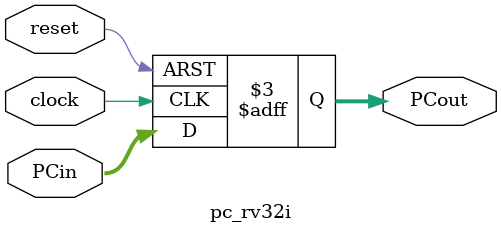
<source format=v>

module pc_rv32i (
    input  wire        clock, // Sinyal clock
    input  wire        reset, // Sinyal reset (active-low)
    input  wire [31:0] PCin,  // Nilai PC berikutnya
    output reg  [31:0] PCout  // Nilai PC saat ini
);

    // Logika sekuensial: Register dengan reset asinkron
    always @(posedge clock or negedge reset) begin
        if (!reset) begin // Jika reset aktif (low)
            PCout <= 32'h00000000;
        end
        else begin // Jika clock naik dan reset tidak aktif
            PCout <= PCin;
        end
    end

endmodule
</source>
